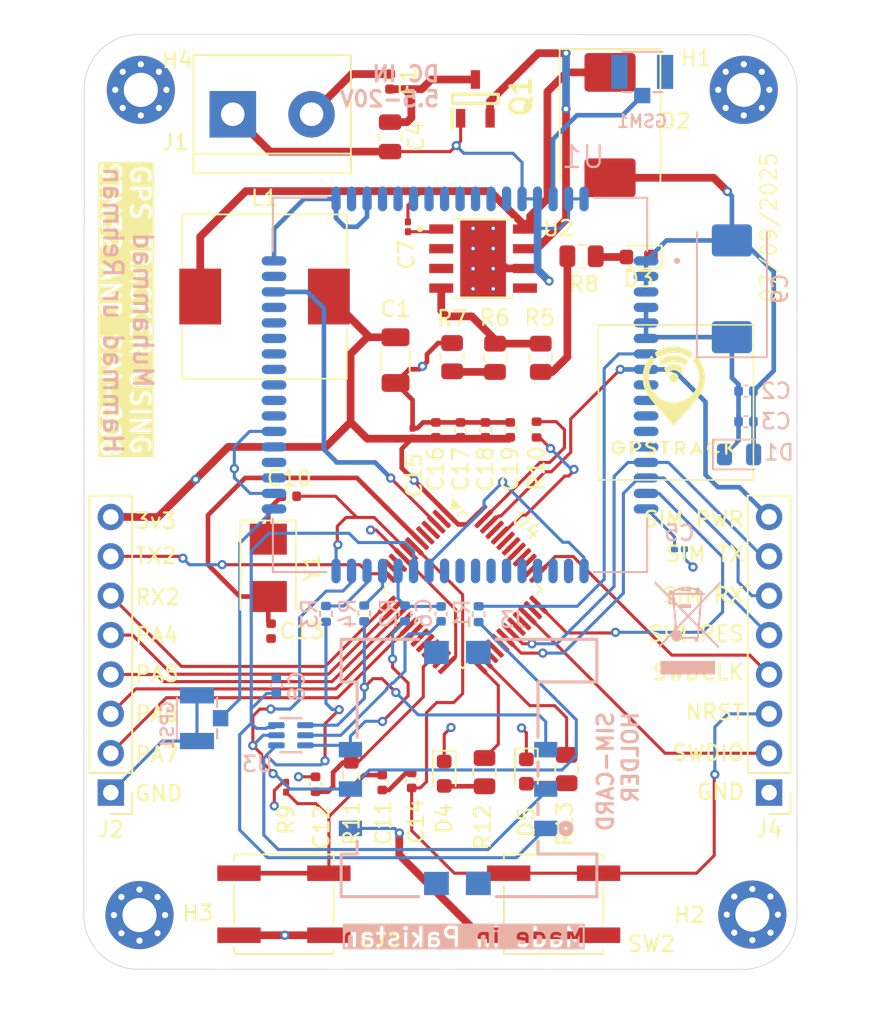
<source format=kicad_pcb>
(kicad_pcb (version 20241229) (generator "pcbnew") (generator_version "9.0")
  (layers (0 "F.Cu" signal) (4 "In1.Cu" signal) (6 "In2.Cu" signal) (2 "B.Cu" signal) (13 "F.Paste" user) (15 "B.Paste" user) (5 "F.SilkS" user "F.Silkscreen") (7 "B.SilkS" user "B.Silkscreen") (1 "F.Mask" user) (3 "B.Mask" user) (25 "Edge.Cuts" user))
  (net 0 "")
  (net 1 "+3.3V")
  (net 2 "GND")
  (net 3 "Net-(Q1-D)")
  (net 4 "Net-(U1-VRTC)")
  (net 5 "Net-(C6-Pad2)")
  (net 6 "SIM_DATA")
  (net 7 "Net-(U2-BOOT)")
  (net 8 "Net-(D2-K)")
  (net 9 "SIM_VDD")
  (net 10 "Net-(U4-PF0)")
  (net 11 "Net-(C11-Pad1)")
  (net 12 "Net-(U4-PB11)")
  (net 13 "Net-(U4-PF1)")
  (net 14 "NRST")
  (net 15 "Net-(D3-A)")
  (net 16 "Net-(D4-A)")
  (net 17 "Net-(D5-A)")
  (net 18 "+12V")
  (net 19 "GPS_ANT")
  (net 20 "GSM_ANT")
  (net 57 "USART2_TX")
  (net 58 "USART2_RX")
  (net 59 "PA4")
  (net 60 "PA5{slash}SPI1_CLK")
  (net 61 "PA6{slash}SPI1_MISO")
  (net 62 "PA7{slash}SPI1_MOSI")
  (net 66 "SIM_DET")
  (net 68 "Net-(J3-I{slash}O)")
  (net 69 "Net-(J3-RET)")
  (net 70 "Net-(J3-CLK)")
  (net 71 "SIM_RX")
  (net 72 "SWDIO")
  (net 73 "SIM_RESET")
  (net 74 "SIM_TX")
  (net 75 "SWDCLK")
  (net 76 "SIM_PWRKEY")
  (net 77 "Net-(Q1-S)")
  (net 78 "Net-(U1-VDD_EXT)")
  (net 79 "SIM_RST")
  (net 80 "SIM_CLK")
  (net 81 "FEEDBACK")
  (net 82 "Net-(R6-Pad2)")
  (net 83 "Net-(U4-BOOT0)")
  (net 84 "LED1")
  (net 85 "LED2")
  (net 97 "STATUS")
  (footprint "Resistor_SMD:R_0805_2012Metric" (layer "F.Cu") (at 91.27 81.05 -90)
    (property "Reference" "R5")
    (property "Value" "8K2")
  )
  (footprint "LED_SMD:LED_0603_1608Metric" (layer "F.Cu") (at 90.34 107.74 -90)
    (property "Reference" "D5")
    (property "Value" "LED")
  )
  (footprint "Capacitor_SMD:C_0402_1005Metric" (layer "F.Cu") (at 87.7 85.7 90)
    (property "Reference" "C18")
    (property "Value" "100n")
  )
  (footprint "Connector_PinHeader_2.54mm:PinHeader_1x08_P2.54mm_Vertical" (layer "F.Cu") (at 106 109.1 180)
    (property "Reference" "J4")
    (property "Value" "RIGHT HEADER PINS")
  )
  (footprint "LIB_AO3407A:SOT95P280X125-3N" (layer "F.Cu") (at 87.05 64.35 90)
    (property "Reference" "Q1")
    (property "Value" "AO3407A" (hide yes))
  )
  (footprint "Capacitor_SMD:C_0402_1005Metric" (layer "F.Cu") (at 75.04 89.98)
    (property "Reference" "C10")
    (property "Value" "30p")
  )
  (footprint "Diode_SMD:D_SMC" (layer "F.Cu") (at 95.74 66.04 -90)
    (property "Reference" "D2")
    (property "Value" "B340")
  )
  (footprint "Inductor_SMD:L_10.4x10.4_H4.8" (layer "F.Cu") (at 73.45 77.1)
    (property "Reference" "L1")
    (property "Value" "15uH")
  )
  (footprint "Capacitor_SMD:C_0805_2012Metric" (layer "F.Cu") (at 81.55 66.8 -90)
    (property "Reference" "C4")
    (property "Value" "10u")
  )
  (footprint "Button_Switch_SMD:SW_Push_1P1T_NO_CK_KSC6xxJ" (layer "F.Cu") (at 92.1 116.3)
    (property "Reference" "SW2")
    (property "Value" "SW_Push")
  )
  (footprint "LOGO" (layer "F.Cu") (at 99.99 83.93)
    (property "Reference" "G***" (hide yes))
    (property "Value" "LOGO" (hide yes))
  )
  (footprint "Resistor_SMD:R_0805_2012Metric" (layer "F.Cu") (at 92.94 107.58 90)
    (property "Reference" "R13")
    (property "Value" "1k5")
  )
  (footprint "Capacitor_SMD:C_0402_1005Metric" (layer "F.Cu") (at 89.3 85.7 90)
    (property "Reference" "C19")
    (property "Value" "100n")
  )
  (footprint "Fuse:Fuse_0402_1005Metric" (layer "F.Cu") (at 81.55 63.235 -90)
    (property "Reference" "F1")
    (property "Value" "Fuse 2.5A")
  )
  (footprint "MountingHole:MountingHole_2.2mm_M2_Pad_Via" (layer "F.Cu") (at 65.466726 63.766726)
    (property "Reference" "H4")
    (property "Value" "MountingHole_Pad")
  )
  (footprint "Button_Switch_SMD:SW_Push_1P1T_NO_CK_KSC6xxJ" (layer "F.Cu") (at 74.7 116.3)
    (property "Reference" "SW1")
    (property "Value" "SW_Push")
  )
  (footprint "MountingHole:MountingHole_2.2mm_M2_Pad_Via" (layer "F.Cu") (at 104.92 116.97)
    (property "Reference" "H2")
    (property "Value" "MountingHole_Pad")
  )
  (footprint "MountingHole:MountingHole_2.2mm_M2_Pad_Via" (layer "F.Cu") (at 104.366726 63.766726)
    (property "Reference" "H1")
    (property "Value" "MountingHole_Pad")
  )
  (footprint "Resistor_SMD:R_0603_1608Metric" (layer "F.Cu") (at 79.04 107.98 -90)
    (property "Reference" "R11")
    (property "Value" "1K")
  )
  (footprint "Resistor_SMD:R_0805_2012Metric" (layer "F.Cu") (at 88.32 81.05 -90)
    (property "Reference" "R6")
    (property "Value" "1K5")
  )
  (footprint "Capacitor_SMD:C_0402_1005Metric" (layer "F.Cu") (at 82.94 108.315 -90)
    (property "Reference" "C14")
    (property "Value" "100n")
  )
  (footprint "LED_SMD:LED_0603_1608Metric" (layer "F.Cu") (at 85.04 107.88 -90)
    (property "Reference" "D4")
    (property "Value" "LED")
  )
  (footprint "Resistor_SMD:R_0402_1005Metric" (layer "F.Cu") (at 91 85.68 -90)
    (property "Reference" "R10")
    (property "Value" "10k")
  )
  (footprint "Package_QFP:LQFP-48_7x7mm_P0.5mm" (layer "F.Cu") (at 86.233445 95.979891 -45)
    (property "Reference" "U4")
    (property "Value" "STM32F030C8Tx")
  )
  (footprint "LED_SMD:LED_0603_1608Metric" (layer "F.Cu") (at 97.5875 74.55 180)
    (property "Reference" "D3")
    (property "Value" "LED")
  )
  (footprint "Capacitor_SMD:C_0201_0603Metric" (layer "F.Cu") (at 82.7 72.6 90)
    (property "Reference" "C7")
    (property "Value" "10n")
  )
  (footprint "Crystal:Crystal_SMD_5032-2Pin_5.0x3.2mm" (layer "F.Cu") (at 73.69 94.6 -90)
    (property "Reference" "Y1")
    (property "Value" "8MHz")
  )
  (footprint "MountingHole:MountingHole_2.2mm_M2_Pad_Via" (layer "F.Cu") (at 65.38 117)
    (property "Reference" "H3")
    (property "Value" "MountingHole_Pad")
  )
  (footprint "Resistor_SMD:R_0805_2012Metric" (layer "F.Cu") (at 87.64 107.78 90)
    (property "Reference" "R12")
    (property "Value" "1k5")
  )
  (footprint "Capacitor_SMD:C_0402_1005Metric" (layer "F.Cu") (at 76.74 108.56 90)
    (property "Reference" "C12")
    (property "Value" "100n")
  )
  (footprint "TerminalBlock:TerminalBlock_bornier-2_P5.08mm" (layer "F.Cu") (at 71.4 65.34)
    (property "Reference" "J1")
    (property "Value" "Screw_Terminal_01x02")
  )
  (footprint "Capacitor_SMD:C_0402_1005Metric" (layer "F.Cu") (at 86.1 85.7 90)
    (property "Reference" "C17")
    (property "Value" "100n")
  )
  (footprint "Resistor_SMD:R_0201_0603Metric" (layer "F.Cu") (at 74.84 108.75 90)
    (property "Reference" "R9")
    (property "Value" "100K")
  )
  (footprint "Capacitor_SMD:C_1206_3216Metric" (layer "F.Cu") (at 81.9 81.2 -90)
    (property "Reference" "C1")
    (property "Value" "100u")
  )
  (footprint "Resistor_SMD:R_0805_2012Metric" (layer "F.Cu") (at 93.9 74.5)
    (property "Reference" "R8")
    (property "Value" "1K5")
  )
  (footprint "Capacitor_SMD:C_0402_1005Metric" (layer "F.Cu") (at 81.04 108.45 -90)
    (property "Reference" "C11")
    (property "Value" "10p")
  )
  (footprint "Resistor_SMD:R_0805_2012Metric" (layer "F.Cu") (at 85.55 81.0125 90)
    (property "Reference" "R7")
    (property "Value" "2K7")
  )
  (footprint "TPS5430DDA:VREG_LM5017MR_NOPB" (layer "F.Cu") (at 87.55 74.65)
    (property "Reference" "U2")
    (property "Value" "TPS5430DDA")
  )
  (footprint "Capacitor_SMD:C_0402_1005Metric" (layer "F.Cu") (at 84.5 85.7 90)
    (property "Reference" "C16")
    (property "Value" "100n")
  )
  (footprint "Capacitor_SMD:C_0201_0603Metric" (layer "F.Cu") (at 83 85.91 90)
    (property "Reference" "C15")
    (property "Value" "4u7")
  )
  (footprint "Connector_PinHeader_2.54mm:PinHeader_1x08_P2.54mm_Vertical" (layer "F.Cu") (at 63.53 109.1 180)
    (property "Reference" "J2")
    (property "Value" "LEFT HEADER PINS")
  )
  (footprint "Capacitor_SMD:C_0402_1005Metric" (layer "F.Cu") (at 73.87 98.68 -90)
    (property "Reference" "C13")
    (property "Value" "30p")
  )
  (footprint "SMF05CT1G:SOT65P210X110-6N" (layer "B.Cu") (at 75.15 105.4 180)
    (property "Reference" "U3")
    (property "Value" "SMF05CT1G")
  )
  (footprint "Resistor_SMD:R_0402_1005Metric" (layer "B.Cu") (at 77.41 97.57 90)
    (property "Reference" "R3")
    (property "Value" "10k")
  )
  (footprint "Resistor_SMD:R_0402_1005Metric" (layer "B.Cu") (at 79.88 97.54 90)
    (property "Reference" "R4")
    (property "Value" "10k")
  )
  (footprint "U.FL-R-SMT-1:U.FL-R-SMT-1" (layer "B.Cu") (at 69.08925 104.3 -90)
    (property "Reference" "GPS1")
    (property "Value" "U.FL-R-SMT-1")
  )
  (footprint "Capacitor_SMD:C_0201_0603Metric" (layer "B.Cu") (at 100.22 93.4 180)
    (property "Reference" "C5")
    (property "Value" "4u7")
  )
  (footprint "Capacitor_SMD:C_0402_1005Metric" (layer "B.Cu") (at 74.21 102.21 -90)
    (property "Reference" "C8")
    (property "Value" "1u")
  )
  (footprint "Resistor_SMD:R_0402_1005Metric" (layer "B.Cu") (at 87.26 97.59 90)
    (property "Reference" "R1")
    (property "Value" "4K7")
  )
  (footprint "693010020611:693010020611" (layer "B.Cu") (at 86.64 107.51 90)
    (property "Reference" "J3")
    (property "Value" "693010020611")
    (property "VALUE" "693010020611" (hide yes))
  )
  (footprint "Resistor_SMD:R_0402_1005Metric" (layer "B.Cu") (at 82.51 97.54 90)
    (property "Reference" "R2")
    (property "Value" "10k")
  )
  (footprint "Symbol:WEEE-Logo_4.2x6mm_SilkScreen" (layer "B.Cu") (at 100.74 98.46 180)
    (property "Reference" "REF**" (hide yes))
    (property "Value" "WEEE-Logo_4.2x6mm_SilkScreen" (hide yes))
  )
  (footprint "Capacitor_SMD:C_0402_1005Metric" (layer "B.Cu") (at 104.51 85.17)
    (property "Reference" "C3")
    (property "Value" "10p")
  )
  (footprint "SIM808:XCVR_SIM808" (layer "B.Cu") (at 86.0625 82.8 180)
    (property "Reference" "U1")
    (property "Value" "SIM808")
  )
  (footprint "U.FL-R-SMT-1:U.FL-R-SMT-1" (layer "B.Cu") (at 97.815 62.61 180)
    (property "Reference" "GSM1")
    (property "Value" "U.FL-R-SMT-1")
  )
  (footprint "Capacitor_Tantalum_SMD:CP_EIA-7343-15_Kemet-W" (layer "B.Cu") (at 103.6 76.6 90)
    (property "Reference" "C9")
    (property "Value" "220u")
  )
  (footprint "Capacitor_SMD:C_0402_1005Metric" (layer "B.Cu") (at 84.84 97.57 -90)
    (property "Reference" "C6")
    (property "Value" "22p")
  )
  (footprint "Diode_SMD:D_0805_2012Metric" (layer "B.Cu") (at 104.0625 87.29)
    (property "Reference" "D1")
    (property "Value" "D_Zener")
  )
  (footprint "Capacitor_SMD:C_0402_1005Metric" (layer "B.Cu") (at 104.51 83.2)
    (property "Reference" "C2")
    (property "Value" "33p")
  )
  (gr_rect (start 94.99 78.93) (end 104.99 88.93) (stroke (width 0.1)) (fill no) (layer "F.SilkS"))
  (gr_arc (start 107.805126 117.005126) (mid 106.78 119.48) (end 104.305126 120.505126) (stroke (width 0.05)) (layer "Edge.Cuts"))
  (gr_line (start 107.805126 117) (end 107.8 63.7) (stroke (width 0.05)) (layer "Edge.Cuts"))
  (gr_line (start 104.3 60.2) (end 65.31487 60.194874) (stroke (width 0.05)) (layer "Edge.Cuts"))
  (gr_arc (start 104.3 60.2) (mid 106.774874 61.225126) (end 107.8 63.7) (stroke (width 0.05)) (layer "Edge.Cuts"))
  (gr_line (start 61.814874 63.69487) (end 61.784874 117) (stroke (width 0.05)) (layer "Edge.Cuts"))
  (gr_arc (start 65.284874 120.495126) (mid 62.81 119.47) (end 61.784874 116.995126) (stroke (width 0.05)) (layer "Edge.Cuts"))
  (gr_arc (start 61.814874 63.694874) (mid 62.839998 61.220001) (end 65.31487 60.194874) (stroke (width 0.05)) (layer "Edge.Cuts"))
  (gr_line (start 104.3051 120.505126) (end 65.284874 120.495126) (stroke (width 0.05)) (layer "Edge.Cuts"))
  (gr_text "NRST" (at 100.518571 104.5 0) (layer "F.SilkS") (effects (font (size 1 1)) (justify left bottom)))
  (gr_text "RX2" (at 65 97.08 0) (layer "F.SilkS") (effects (font (size 1 1)) (justify left bottom)))
  (gr_text "07/09/2025" (at 106.56 77.58 90) (layer "F.SilkS") (effects (font (size 1 1) (thickness 0.12)) (justify left bottom)))
  (gr_text "SWDCLK" (at 98.375714 101.92 0) (layer "F.SilkS") (effects (font (size 1 1)) (justify left bottom)))
  (gr_text "SIM RES" (at 98.09 99.44 0) (layer "F.SilkS") (effects (font (size 1 1)) (justify left bottom)))
  (gr_text "3v3" (at 65 92.16 0) (layer "F.SilkS") (effects (font (size 1 1)) (justify left bottom)))
  (gr_text "TX2" (at 65 94.41 0) (layer "F.SilkS") (effects (font (size 1 1)) (justify left bottom)))
  (gr_text "PA5" (at 65 102.03 0) (layer "F.SilkS") (effects (font (size 1 1)) (justify left bottom)))
  (gr_text "SIM PWR" (at 97.804286 92.05 0) (layer "F.SilkS") (effects (font (size 1 1)) (justify left bottom)))
  (gr_text "PA6" (at 65 104.61 0) (layer "F.SilkS") (effects (font (size 1 1)) (justify left bottom)))
  (gr_text "GPS TRACKER USING\nSTM32 AND SIM-808" (at 62.79 77.94 270) (layer "F.SilkS" knockout) (effects (font (size 1.2 1.2) (thickness 0.18)) (justify bottom)))
  (gr_text "GND" (at 65 109.75 0) (layer "F.SilkS") (effects (font (size 1 1)) (justify left bottom)))
  (gr_text "PA7" (at 65 107.24 0) (layer "F.SilkS") (effects (font (size 1 1)) (justify left bottom)))
  (gr_text "SIM TX" (at 99.232857 94.3 0) (layer "F.SilkS") (effects (font (size 1 1)) (justify left bottom)))
  (gr_text "PA4" (at 65 99.55 0) (layer "F.SilkS") (effects (font (size 1 1)) (justify left bottom)))
  (gr_text "SIM RX" (at 98.994762 96.97 0) (layer "F.SilkS") (effects (font (size 1 1)) (justify left bottom)))
  (gr_text "GND" (at 101.232857 109.64 0) (layer "F.SilkS") (effects (font (size 1 1)) (justify left bottom)))
  (gr_text "SWDIO" (at 99.661429 107.13 0) (layer "F.SilkS") (effects (font (size 1 1)) (justify left bottom)))
  (gr_text "Made in Pakistan" (at 94.29 119.14 0) (layer "B.SilkS" knockout) (effects (font (size 1.2 1.2) (thickness 0.2) (bold yes)) (justify left bottom mirror)))
  (gr_text "DC IN\n5.5-20V" (at 84.84 64.94 0) (layer "B.SilkS") (effects (font (size 1 1) (thickness 0.2) (bold yes)) (justify left bottom mirror)))
  (gr_text "Muhammad\nHammad ur Rehman" (at 62.97 77.98 270) (layer "B.SilkS") (effects (font (size 1.2 1.2) (thickness 0.2) (bold yes)) (justify bottom mirror)))
  (gr_text "SIM-CARD\nHOLDER" (at 97.64 103.78 90) (layer "B.SilkS") (effects (font (size 1 1) (thickness 0.2) (bold yes)) (justify left bottom mirror)))
  (segment (start 87.232233 91.092015) (end 87.207985 91.092015) (width 0.3) (layer "F.Cu") (net 1))
  (segment (start 85.780064 100.32236) (end 85.780064 98.301064) (width 0.2) (layer "F.Cu") (net 1))
  (segment (start 82.3 88.157358) (end 83.091321 88.948679) (width 0.3) (layer "F.Cu") (net 1))
  (segment (start 85.769 97.283212) (end 85.769 98.29) (width 0.2) (layer "F.Cu") (net 1))
  (segment (start 89.209 86.271) (end 89.3 86.18) (width 0.5) (layer "F.Cu") (net 1))
  (segment (start 79 80.8) (end 80.075 79.725) (width 0.5) (layer "F.Cu") (net 1))
  (segment (start 92.0175 81.9625) (end 92.9875 80.9925) (width 0.5) (layer "F.Cu") (net 1))
  (segment (start 85.234657 100.867767) (end 85.780064 100.32236) (width 0.2) (layer "F.Cu") (net 1))
  (segment (start 74.76 118.3) (end 77.6 118.3) (width 0.5) (layer "F.Cu") (net 1))
  (segment (start 79 85.2) (end 80.071 86.271) (width 0.5) (layer "F.Cu") (net 1))
  (segment (start 79 85.2) (end 79 80.8) (width 0.5) (layer "F.Cu") (net 1))
  (segment (start 81.9 79.725) (end 80.225 79.725) (width 0.5) (layer "F.Cu") (net 1))
  (segment (start 71.1 86.8) (end 77.4 86.8) (width 0.5) (layer "F.Cu") (net 1))
  (segment (start 69.005 88.895) (end 66.58 91.32) (width 0.5) (layer "F.Cu") (net 1))
  (segment (start 66.58 91.32) (end 63.53 91.32) (width 0.5) (layer "F.Cu") (net 1))
  (segment (start 71.8 118.3) (end 74.76 118.3) (width 0.5) (layer "F.Cu") (net 1))
  (segment (start 85.942642 91.8) (end 85.234657 91.092015) (width 0.3) (layer "F.Cu") (net 1))
  (segment (start 80.075 79.725) (end 80.225 79.725) (width 0.5) (layer "F.Cu") (net 1))
  (segment (start 92.9875 80.9925) (end 92.9875 74.5) (width 0.5) (layer "F.Cu") (net 1))
  (segment (start 80.29 92.16) (end 80.645788 92.16) (width 0.2) (layer "F.Cu") (net 1))
  (segment (start 80.071 86.271) (end 89.209 86.271) (width 0.5) (layer "F.Cu") (net 1))
  (segment (start 77.4 86.8) (end 79 85.2) (width 0.5) (layer "F.Cu") (net 1))
  (segment (start 69.005 88.895) (end 71.1 86.8) (width 0.5) (layer "F.Cu") (net 1))
  (segment (start 83 86.23) (end 82.3 86.93) (width 0.3) (layer "F.Cu") (net 1))
  (segment (start 80.225 79.725) (end 77.6 77.1) (width 0.5) (layer "F.Cu") (net 1))
  (segment (start 80.645788 92.16) (end 82.40623 93.920442) (width 0.2) (layer "F.Cu") (net 1))
  (segment (start 91.27 81.9625) (end 92.0175 81.9625) (width 0.5) (layer "F.Cu") (net 1))
  (segment (start 87.207985 91.092015) (end 86.5 91.8) (width 0.3) (layer "F.Cu") (net 1))
  (segment (start 85.780064 98.301064) (end 85.769 98.29) (width 0.2) (layer "F.Cu") (net 1))
  (segment (start 86.5 91.8) (end 85.942642 91.8) (width 0.3) (layer "F.Cu") (net 1))
  (segment (start 83.091321 88.948679) (end 85.234657 91.092015) (width 0.3) (layer "F.Cu") (net 1))
  (segment (start 82.40623 93.920442) (end 85.769 97.283212) (width 0.2) (layer "F.Cu") (net 1))
  (segment (start 82.3 86.93) (end 82.3 88.157358) (width 0.3) (layer "F.Cu") (net 1))
  (via (at 80.29 92.16) (size 0.6) (drill 0.3) (layers "F.Cu" "B.Cu") (net 1))
  (via (at 74.76 118.3) (size 0.6) (drill 0.3) (layers "F.Cu" "B.Cu") (net 1))
  (via (at 69.005 88.895) (size 0.6) (drill 0.3) (layers "F.Cu" "B.Cu") (net 1))
  (via (at 83.091321 88.948679) (size 0.6) (drill 0.3) (layers "F.Cu" "B.Cu") (net 1))
  (segment (start 98.1425 79.72) (end 98.0625 79.8) (width 0.3) (layer "B.Cu") (net 1))
  (segment (start 104.03 83.2) (end 104.03 82.77) (width 0.3) (layer "B.Cu") (net 1))
  (segment (start 104.03 82.77) (end 103.6 82.34) (width 0.3) (layer "B.Cu") (net 1))
  (segment (start 98.0625 79.8) (end 98.0625 77.8) (width 0.3) (layer "B.Cu") (net 1))
  (segment (start 104.03 86.385) (end 103.125 87.29) (width 0.3) (layer "B.Cu") (net 1))
  (segment (start 104.03 85.17) (end 104.03 86.385) (width 0.3) (layer "B.Cu") (net 1))
  (segment (start 103.6 82.34) (end 103.6 79.72) (width 0.3) (layer "B.Cu") (net 1))
  (segment (start 104.03 83.2) (end 104.03 85.17) (width 0.3) (layer "B.Cu") (net 1))
  (segment (start 103.6 79.72) (end 98.1425 79.72) (width 0.3) (layer "B.Cu") (net 1))
  (segment (start 83 85.59) (end 83.31 85.59) (width 0.3) (layer "F.Cu") (net 2))
  (segment (start 88.399942 74.65) (end 87.55 74.65) (width 0.5) (layer "F.Cu") (net 2))
  (segment (start 92.8 85.7) (end 92.8 86.85) (width 0.2) (layer "F.Cu") (net 2))
  (segment (start 78.14 93.07) (end 78.14 91.92) (width 0.2) (layer "F.Cu") (net 2))
  (segment (start 86.1 67.08) (end 85.815 67.365) (width 0.2) (layer "F.Cu") (net 2))
  (segment (start 92.27 85.17) (end 92.8 85.7) (width 0.2) (layer "F.Cu") (net 2))
  (segment (start 87.32 118.3) (end 89.2 118.3) (width 0.5) (layer "F.Cu") (net 2))
  (segment (start 85.43 67.75) (end 81.55 67.75) (width 0.2) (layer "F.Cu") (net 2))
  (segment (start 78.14 91.92) (end 78.71 91.35) (width 0.2) (layer "F.Cu") (net 2))
  (segment (start 85.815 67.365) (end 85.43 67.75) (width 0.2) (layer "F.Cu") (net 2))
  (segment (start 91.85 87.8) (end 91.231356 87.8) (width 0.2) (layer "F.Cu") (net 2))
  (segment (start 85.04 107.0925) (end 85.04 105.34) (width 0.2) (layer "F.Cu") (net 2))
  (segment (start 83.64 81.6) (end 83.45 81.79) (width 0.3) (layer "F.Cu") (net 2))
  (segment (start 89.034942 75.285) (end 88.399942 74.65) (width 0.5) (layer "F.Cu") (net 2))
  (segment (start 74.84 108.43) (end 74.619943 108.43) (width 0.2) (layer "F.Cu") (net 2))
  (segment (start 82.14 113.12) (end 87.32 118.3) (width 0.5) (layer "F.Cu") (net 2))
  (segment (start 82.785 81.79) (end 81.9 82.675) (width 0.3) (layer "F.Cu") (net 2))
  (segment (start 78.71 91.35) (end 79.4 91.35) (width 0.2) (layer "F.Cu") (net 2))
  (segment (start 85.04 105.34) (end 85.48 104.9) (width 0.2) (layer "F.Cu") (net 2))
  (segment (start 83.93 80.82) (end 83.93 81.31) (width 0.3) (layer "F.Cu") (net 2))
  (segment (start 80.52 91.35) (end 79.4 91.35) (width 0.2) (layer "F.Cu") (net 2))
  (segment (start 86.1 85.22) (end 87.7 85.22) (width 0.3) (layer "F.Cu") (net 2))
  (segment (start 90.25 75.285) (end 90.985 75.285) (width 0.5) (layer "F.Cu") (net 2))
  (segment (start 82.575 107.835) (end 81.48 108.93) (width 0.3) (layer "F.Cu") (net 2))
  (segment (start 83.31 85.59) (end 83.68 85.22) (width 0.3) (layer "F.Cu") (net 2))
  (segment (start 82.14 111.72) (end 82.14 113.12) (width 0.5) (layer "F.Cu") (net 2))
  (segment (start 78.03 89.98) (end 79.4 91.35) (width 0.2) (layer "F.Cu") (net 2))
  (segment (start 90.34 106.9525) (end 90.34 105.24) (width 0.2) (layer "F.Cu") (net 2))
  (segment (start 82.759783 93.566889) (end 82.736889 93.566889) (width 0.2) (layer "F.Cu") (net 2))
  (segment (start 102.43 69.44) (end 103.31 70.32) (width 0.5) (layer "F.Cu") (net 2))
  (segment (start 90.34 105.24) (end 90.03 104.93) (width 0.2) (layer "F.Cu") (net 2))
  (segment (start 83.45 81.79) (end 82.785 81.79) (width 0.3) (layer "F.Cu") (net 2))
  (segment (start 83 83.775) (end 83 85.59) (width 0.3) (layer "F.Cu") (net 2))
  (segment (start 71.4 65.34) (end 73.81 67.75) (width 0.5) (layer "F.Cu") (net 2))
  (segment (start 90.985 75.285) (end 91.8 76.1) (width 0.5) (layer "F.Cu") (net 2))
  (segment (start 78.14 93.07) (end 78.14 92.19) (width 0.2) (layer "F.Cu") (net 2))
  (segment (start 84.5 85.22) (end 86.1 85.22) (width 0.3) (layer "F.Cu") (net 2))
  (segment (start 81.9 82.675) (end 83 83.775) (width 0.3) (layer "F.Cu") (net 2))
  (segment (start 76.74 108.08) (end 75.64 108.08) (width 0.2) (layer "F.Cu") (net 2))
  (segment (start 95 118.3) (end 89.2 118.3) (width 0.5) (layer "F.Cu") (net 2))
  (segment (start 86.1 65.6) (end 86.1 67.08) (width 0.2) (layer "F.Cu") (net 2))
  (segment (start 75.52 89.98) (end 78.03 89.98) (width 0.2) (layer "F.Cu") (net 2))
  (segment (start 73.81 67.75) (end 81.55 67.75) (width 0.5) (layer "F.Cu") (net 2))
  (segment (start 78.18 93.11) (end 78.14 93.07) (width 0.2) (layer "F.Cu") (net 2))
  (segment (start 74.619943 108.43) (end 74.08 108.969943) (width 0.2) (layer "F.Cu") (net 2))
  (segment (start 74.08 108.969943) (end 74.08 109.96) (width 0.2) (layer "F.Cu") (net 2))
  (segment (start 90.25 75.285) (end 89.034942 75.285) (width 0.5) (layer "F.Cu") (net 2))
  (segment (start 82.94 107.835) (end 82.575 107.835) (width 0.3) (layer "F.Cu") (net 2))
  (segment (start 87.7 85.22) (end 89.3 85.22) (width 0.3) (layer "F.Cu") (net 2))
  (segment (start 91 85.17) (end 92.27 85.17) (width 0.2) (layer "F.Cu") (net 2))
  (segment (start 84.65 80.1) (end 83.93 80.82) (width 0.3) (layer "F.Cu") (net 2))
  (segment (start 85.55 80.1) (end 84.65 80.1) (width 0.3) (layer "F.Cu") (net 2))
  (segment (start 83.93 81.31) (end 83.64 81.6) (width 0.3) (layer "F.Cu") (net 2))
  (segment (start 91.231356 87.8) (end 87.585787 91.445569) (width 0.2) (layer "F.Cu") (net 2))
  (segment (start 82.15 111.71) (end 82.14 111.72) (width 0.5) (layer "F.Cu") (net 2))
  (segment (start 82.736889 93.566889) (end 80.52 91.35) (width 0.2) (layer "F.Cu") (net 2))
  (segment (start 83.68 85.22) (end 84.5 85.22) (width 0.3) (layer "F.Cu") (net 2))
  (segment (start 81.48 108.93) (end 81.04 108.93) (width 0.3) (layer "F.Cu") (net 2))
  (segment (start 95.74 69.44) (end 102.43 69.44) (width 0.5) (layer "F.Cu") (net 2))
  (segment (start 92.8 86.85) (end 91.85 87.8) (width 0.2) (layer "F.Cu") (net 2))
  (via (at 90.03 104.93) (size 0.6) (drill 0.3) (layers "F.Cu" "B.Cu") (net 2))
  (via (at 82.15 111.71) (size 0.6) (drill 0.3) (layers "F.Cu" "B.Cu") (net 2))
  (via (at 88.81 89.07) (size 0.6) (drill 0.3) (layers "F.Cu" "B.Cu") (net 2))
  (via (at 85.48 104.9) (size 0.6) (drill 0.3) (layers "F.Cu" "B.Cu") (net 2))
  (via (at 71.5 88.2) (size 0.6) (drill 0.3) (layers "F.Cu" "B.Cu") (net 2))
  (via (at 85.815 67.365) (size 0.6) (drill 0.3) (layers "F.Cu" "B.Cu") (net 2))
  (via (at 101.09 94.55) (size 0.6) (drill 0.3) (layers "F.Cu" "B.Cu") (net 2))
  (via (at 91.8 76.1) (size 0.6) (drill 0.3) (layers "F.Cu" "B.Cu") (net 2))
  (via (at 83.64 81.6) (size 0.6) (drill 0.3) (layers "F.Cu" "B.Cu") (net 2))
  (via (at 74.08 109.96) (size 0.6) (drill 0.3) (layers "F.Cu" "B.Cu") (net 2))
  (via (at 75.64 108.08) (size 0.6) (drill 0.3) (layers "F.Cu" "B.Cu") (net 2))
  (via (at 103.31 70.32) (size 0.6) (drill 0.3) (layers "F.Cu" "B.Cu") (net 2))
  (via (at 78.18 93.11) (size 0.6) (drill 0.3) (layers "F.Cu" "B.Cu") (net 2))
  (segment (start 105 85.18) (end 104.99 85.17) (width 0.3) (layer "B.Cu") (net 2))
  (segment (start 98.0625 75.8) (end 98.0625 76.8) (width 0.3) (layer "B.Cu") (net 2))
  (segment (start 103.6 70.61) (end 103.31 70.32) (width 0.3) (layer "B.Cu") (net 2))
  (segment (start 106.3 75.5) (end 106.3 81.89) (width 0.3) (layer "B.Cu") (net 2))
  (segment (start 81.85 111.41) (end 82.15 111.71) (width 0.2) (layer "B.Cu") (net 2))
  (segment (start 72.52 89.8) (end 74.0625 89.8) (width 0.2) (layer "B.Cu") (net 2))
  (segment (start 93.0625 70.8) (end 93.0625 72.1375) (width 0.2) (layer "B.Cu") (net 2))
  (segment (start 71.5 88.78) (end 72.52 89.8) (width 0.2) (layer "B.Cu") (net 2))
  (segment (start 88.81 89.07) (end 87.61 90.27) (width 0.2) (layer "B.Cu") (net 2))
  (segment (start 90.0625 68.4525) (end 89.47 67.86) (width 0.2) (layer "B.Cu") (net 2))
  (segment (start 105 87.29) (end 105 85.18) (width 0.3) (layer "B.Cu") (net 2))
  (segment (start 100.54 94) (end 101.09 94.55) (width 0.2) (layer "B.Cu") (net 2))
  (segment (start 86.31 67.86) (end 85.815 67.365) (width 0.2) (layer "B.Cu") (net 2))
  (segment (start 89.47 67.86) (end 86.31 67.86) (width 0.2) (layer "B.Cu") (net 2))
  (segment (start 98.0625 74.8) (end 98.0625 75.8) (width 0.3) (layer "B.Cu") (net 2))
  (segment (start 66.855 105.775) (end 63.53 109.1) (width 0.2) (layer "B.Cu") (net 2))
  (segment (start 78.18 93.11) (end 78.0625 93.2275) (width 0.2) (layer "B.Cu") (net 2))
  (segment (start 91.0625 75.3625) (end 91.0625 72.7) (width 0.5) (layer "B.Cu") (net 2))
  (segment (start 93.07 92.95) (end 94.0625 93.9425) (width 0.2) (layer "B.Cu") (net 2))
  (segment (start 106.3 81.89) (end 104.99 83.2) (width 0.3) (layer "B.Cu") (net 2))
  (segment (start 92.5 72.7) (end 91.0625 72.7) (width 0.2) (layer "B.Cu") (net 2))
  (segment (start 87.61 90.27) (end 87.61 90.77) (width 0.2) (layer "B.Cu") (net 2))
  (segment (start 79.42 72.6) (end 80.0625 71.9575) (width 0.3) (layer "B.Cu") (net 2))
  (segment (start 69.08925 102.825) (end 69.08925 105.775) (width 0.2) (layer "B.Cu") (net 2))
  (segment (start 71.5 86.79) (end 71.5 88.2) (width 0.2) (layer "B.Cu") (net 2))
  (segment (start 78.62 72.6) (end 79.42 72.6) (width 0.3) (layer "B.Cu") (net 2))
  (segment (start 88.81 89.07) (end 92.69 92.95) (width 0.2) (layer "B.Cu") (net 2))
  (segment (start 103.6 73.48) (end 103.6 70.61) (width 0.3) (layer "B.Cu") (net 2))
  (segment (start 74.0625 85.8) (end 72.49 85.8) (width 0.2) (layer "B.Cu") (net 2))
  (segment (start 104.28 73.48) (end 106.3 75.5) (width 0.3) (layer "B.Cu") (net 2))
  (segment (start 94.0625 93.9425) (end 94.0625 94.8) (width 0.2) (layer "B.Cu") (net 2))
  (segment (start 72.49 85.8) (end 71.5 86.79) (width 0.2) (layer "B.Cu") (net 2))
  (segment (start 78.0625 93.2275) (end 78.0625 94.8) (width 0.2) (layer "B.Cu") (net 2))
  (segment (start 78.0625 70.8) (end 76 70.8) (width 0.3) (layer "B.Cu") (net 2))
  (segment (start 100.54 93.4) (end 100.54 94) (width 0.2) (layer "B.Cu") (net 2))
  (segment (start 78.99 111.41) (end 81.85 111.41) (width 0.2) (layer "B.Cu") (net 2))
  (segment (start 90.0625 70.8) (end 91.0625 70.8) (width 0.2) (layer "B.Cu") (net 2))
  (segment (start 78.0625 72.0425) (end 78.62 72.6) (width 0.3) (layer "B.Cu") (net 2))
  (segment (start 91.0625 72.7) (end 91.0625 70.8) (width 0.5) (layer "B.Cu") (net 2))
  (segment (start 99.3825 73.48) (end 98.0625 74.8) (width 0.3) (layer "B.Cu") (net 2))
  (segment (start 76 70.8) (end 74.0625 72.7375) (width 0.3) (layer "B.Cu") (net 2))
  (segment (start 92.69 92.95) (end 93.07 92.95) (width 0.2) (layer "B.Cu") (net 2))
  (segment (start 104.99 83.2) (end 104.99 85.17) (width 0.3) (layer "B.Cu") (net 2))
  (segment (start 103.6 73.48) (end 104.28 73.48) (width 0.3) (layer "B.Cu") (net 2))
  (segment (start 78.0625 70.8) (end 78.0625 72.0425) (width 0.3) (layer "B.Cu") (net 2))
  (segment (start 91.8 76.1) (end 91.0625 75.3625) (width 0.5) (layer "B.Cu") (net 2))
  (segment (start 87.61 90.77) (end 84.0625 94.3175) (width 0.2) (layer "B.Cu") (net 2))
  (segment (start 93.0625 72.1375) (end 92.5 72.7) (width 0.2) (layer "B.Cu") (net 2))
  (segment (start 103.6 73.48) (end 99.3825 73.48) (width 0.3) (layer "B.Cu") (net 2))
  (segment (start 74.0625 72.7375) (end 74.0625 74.8) (width 0.3) (layer "B.Cu") (net 2))
  (segment (start 94.0625 70.8) (end 93.0625 70.8) (width 0.2) (layer "B.Cu") (net 2))
  (segment (start 80.0625 71.9575) (end 80.0625 70.8) (width 0.3) (layer "B.Cu") (net 2))
  (segment (start 69.08925 105.775) (end 66.855 105.775) (width 0.2) (layer "B.Cu") (net 2))
  (segment (start 71.5 88.2) (end 71.5 88.78) (width 0.2) (layer "B.Cu") (net 2))
  (segment (start 90.0625 70.8) (end 90.0625 68.4525) (width 0.2) (layer "B.Cu") (net 2))
  (segment (start 84.0625 94.3175) (end 84.0625 94.8) (width 0.2) (layer "B.Cu") (net 2))
  (segment (start 83.59 63.72) (end 84.21 63.1) (width 0.5) (layer "F.Cu") (net 3))
  (segment (start 81.55 63.72) (end 82.49 63.72) (width 0.5) (layer "F.Cu") (net 3))
  (segment (start 82.92 64.15) (end 82.49 63.72) (width 0.5) (layer "F.Cu") (net 3))
  (segment (start 84.21 63.1) (end 87.05 63.1) (width 0.5) (layer "F.Cu") (net 3))
  (segment (start 82.64 65.85) (end 82.92 65.57) (width 0.5) (layer "F.Cu") (net 3))
  (segment (start 82.49 63.72) (end 83.59 63.72) (width 0.5) (layer "F.Cu") (net 3))
  (segment (start 82.92 65.57) (end 82.92 64.15) (width 0.5) (layer "F.Cu") (net 3))
  (segment (start 81.55 65.85) (end 82.64 65.85) (width 0.5) (layer "F.Cu") (net 3))
  (segment (start 98.1 90.8) (end 99.9 92.6) (width 0.2) (layer "B.Cu") (net 4))
  (segment (start 98.0625 90.8) (end 98.1 90.8) (width 0.2) (layer "B.Cu") (net 4))
  (segment (start 99.9 92.6) (end 99.9 93.4) (width 0.2) (layer "B.Cu") (net 4))
  (segment (start 81.731 102.039) (end 82.51 101.26) (width 0.2) (layer "B.Cu") (net 5))
  (segment (start 81.319 102.451) (end 81.319 102.391057) (width 0.2) (layer "B.Cu") (net 5))
  (segment (start 82.79 98.86) (end 84.03 98.86) (width 0.2) (layer "B.Cu") (net 5))
  (segment (start 81.671057 102.039) (end 81.731 102.039) (width 0.2) (layer "B.Cu") (net 5))
  (segment (start 84.03 98.86) (end 84.84 98.05) (width 0.2) (layer "B.Cu") (net 5))
  (segment (start 76.085 105.4) (end 78.37 105.4) (width 0.2) (layer "B.Cu") (net 5))
  (segment (start 78.37 105.4) (end 81.319 102.451) (width 0.2) (layer "B.Cu") (net 5))
  (segment (start 82.51 99.14) (end 82.79 98.86) (width 0.2) (layer "B.Cu") (net 5))
  (segment (start 82.51 101.26) (end 82.51 99.14) (width 0.2) (layer "B.Cu") (net 5))
  (segment (start 81.319 102.391057) (end 81.671057 102.039) (width 0.2) (layer "B.Cu") (net 5))
  (segment (start 82.0625 96.5825) (end 82.0625 94.8) (width 0.2) (layer "B.Cu") (net 6))
  (segment (start 82.51 97.03) (end 82.0625 96.5825) (width 0.2) (layer "B.Cu") (net 6))
  (segment (start 82.57 97.09) (end 82.51 97.03) (width 0.2) (layer "B.Cu") (net 6))
  (segment (start 84.84 97.09) (end 82.57 97.09) (width 0.2) (layer "B.Cu") (net 6))
  (segment (start 84.675 72.92) (end 84.85 72.745) (width 0.2) (layer "F.Cu") (net 7))
  (segment (start 82.7 72.92) (end 84.675 72.92) (width 0.2) (layer "F.Cu") (net 7))
  (segment (start 90.5875 71.9125) (end 90.5875 72.4075) (width 0.5) (layer "F.Cu") (net 8))
  (segment (start 91.7 70.835) (end 91.6825 70.8175) (width 0.5) (layer "F.Cu") (net 8))
  (segment (start 90.1075 72.4075) (end 90.5875 72.4075) (width 0.5) (layer "F.Cu") (net 8))
  (segment (start 90.5875 72.4075) (end 90.25 72.745) (width 0.5) (layer "F.Cu") (net 8))
  (segment (start 72.24 70.3) (end 83.6 70.3) (width 0.5) (layer "F.Cu") (net 8))
  (segment (start 95.74 62.64) (end 92.94 62.64) (width 0.5) (layer "F.Cu") (net 8))
  (segment (start 92.94 62.64) (end 91.7 63.88) (width 0.5) (layer "F.Cu") (net 8))
  (segment (start 82.7 72.28) (end 82.7 71.2) (width 0.2) (layer "F.Cu") (net 8))
  (segment (start 88 70.3) (end 90.1075 72.4075) (width 0.5) (layer "F.Cu") (net 8))
  (segment (start 69.3 77.1) (end 69.3 73.24) (width 0.5) (layer "F.Cu") (net 8))
  (segment (start 83.6 70.3) (end 88 70.3) (width 0.5) (layer "F.Cu") (net 8))
  (segment (start 69.3 73.24) (end 72.24 70.3) (width 0.5) (layer "F.Cu") (net 8))
  (segment (start 91.7 63.88) (end 91.7 70.835) (width 0.5) (layer "F.Cu") (net 8))
  (segment (start 82.7 71.2) (end 83.6 70.3) (width 0.2) (layer "F.Cu") (net 8))
  (segment (start 91.6825 70.8175) (end 90.5875 71.9125) (width 0.5) (layer "F.Cu") (net 8))
  (segment (start 74.061 104.904) (end 74.215 104.75) (width 0.2) (layer "B.Cu") (net 9))
  (segment (start 71.84 111.5) (end 73.64 113.3) (width 0.2) (layer "B.Cu") (net 9))
  (segment (start 78.9 92.37) (end 73.74 92.37) (width 0.2) (layer "B.Cu") (net 9))
  (segment (start 72.54 104.67) (end 71.84 105.37) (width 0.2) (layer "B.Cu") (net 9))
  (segment (start 73.74 92.37) (end 72.59 93.52) (width 0.2) (layer "B.Cu") (net 9))
  (segment (start 71.84 105.37) (end 71.84 111.5) (width 0.2) (layer "B.Cu") (net 9))
  (segment (start 73.6 102.69) (end 72.59 103.7) (width 0.2) (layer "B.Cu") (net 9))
  (segment (start 83.0625 94.8) (end 83.0625 93.5425) (width 0.2) (layer "B.Cu") (net 9))
  (segment (start 83.0625 93.5425) (end 82.49 92.97) (width 0.2) (layer "B.Cu") (net 9))
  (segment (start 72.59 93.52) (end 72.59 104.73) (width 0.2) (layer "B.Cu") (net 9))
  (segment (start 73.614734 104.904) (end 74.061 104.904) (width 0.2) (layer "B.Cu") (net 9))
  (segment (start 82.49 92.97) (end 79.5 92.97) (width 0.2) (layer "B.Cu") (net 9))
  (segment (start 89.7 113.3) (end 91.59 111.41) (width 0.2) (layer "B.Cu") (net 9))
  (segment (start 72.93 104.96) (end 73.558734 104.96) (width 0.2) (layer "B.Cu") (net 9))
  (segment (start 79.5 92.97) (end 78.9 92.37) (width 0.2) (layer "B.Cu") (net 9))
  (segment (start 72.59 104.73) (end 72.7 104.73) (width 0.2) (layer "B.Cu") (net 9))
  (segment (start 73.64 113.3) (end 89.7 113.3) (width 0.2) (layer "B.Cu") (net 9))
  (segment (start 72.7 104.73) (end 72.93 104.96) (width 0.2) (layer "B.Cu") (net 9))
  (segment (start 74.21 102.69) (end 73.6 102.69) (width 0.2) (layer "B.Cu") (net 9))
  (segment (start 73.558734 104.96) (end 73.614734 104.904) (width 0.2) (layer "B.Cu") (net 9))
  (segment (start 73.69 90.85) (end 74.56 89.98) (width 0.3) (layer "F.Cu") (net 10))
  (segment (start 73.69 92.75) (end 73.69 90.85) (width 0.3) (layer "F.Cu") (net 10))
  (segment (start 76.76 109.81) (end 77.6 110.65) (width 0.2) (layer "F.Cu") (net 11))
  (segment (start 79.04 108.805) (end 79.04 109.21) (width 0.2) (layer "F.Cu") (net 11))
  (segment (start 79.875 107.97) (end 79.04 108.805) (width 0.3) (layer "F.Cu") (net 11))
  (segment (start 77.6 110.65) (end 77.6 114.3) (width 0.2) (layer "F.Cu") (net 11))
  (segment (start 71.8 114.3) (end 77.6 114.3) (width 0.3) (layer "F.Cu") (net 11))
  (segment (start 75.58 109.81) (end 76.76 109.81) (width 0.2) (layer "F.Cu") (net 11))
  (segment (start 79.04 109.21) (end 77.6 110.65) (width 0.2) (layer "F.Cu") (net 11))
  (segment (start 74.84 109.07) (end 75.58 109.81) (width 0.2) (layer "F.Cu") (net 11))
  (segment (start 81.04 107.97) (end 79.875 107.97) (width 0.3) (layer "F.Cu") (net 11))
  (segment (start 79.04 107.155) (end 78.515 107.155) (width 0.3) (layer "F.Cu") (net 12))
  (segment (start 77.87 107.8) (end 77.87 108.72) (width 0.3) (layer "F.Cu") (net 12))
  (segment (start 83.68821 101) (end 83.68821 102.93179) (width 0.2) (layer "F.Cu") (net 12))
  (segment (start 77.55 109.04) (end 76.74 109.04) (width 0.3) (layer "F.Cu") (net 12))
  (segment (start 77.87 108.72) (end 77.55 109.04) (width 0.3) (layer "F.Cu") (net 12))
  (segment (start 83.68821 102.93179) (end 79.465 107.155) (width 0.2) (layer "F.Cu") (net 12))
  (segment (start 84.52755 100.16066) (end 83.68821 101) (width 0.2) (layer "F.Cu") (net 12))
  (segment (start 78.515 107.155) (end 77.87 107.8) (width 0.3) (layer "F.Cu") (net 12))
  (segment (start 79.465 107.155) (end 79.04 107.155) (width 0.2) (layer "F.Cu") (net 12))
  (segment (start 79.407108 88.8) (end 83.46689 92.859782) (width 0.3) (layer "F.Cu") (net 13))
  (segment (start 73.69 96.45) (end 71.85 96.45) (width 0.3) (layer "F.Cu") (net 13))
  (segment (start 73.69 96.45) (end 73.69 98.02) (width 0.3) (layer "F.Cu") (net 13))
  (segment (start 71.85 96.45) (end 69.8 94.4) (width 0.3) (layer "F.Cu") (net 13))
  (segment (start 69.8 94.4) (end 69.8 91.2) (width 0.3) (layer "F.Cu") (net 13))
  (segment (start 69.8 91.2) (end 72.2 88.8) (width 0.3) (layer "F.Cu") (net 13))
  (segment (start 73.69 98.02) (end 73.87 98.2) (width 0.3) (layer "F.Cu") (net 13))
  (segment (start 72.2 88.8) (end 79.407108 88.8) (width 0.3) (layer "F.Cu") (net 13))
  (segment (start 85.69 114.3) (end 82.94 111.55) (width 0.2) (layer "F.Cu") (net 14))
  (segment (start 86.23 102.71) (end 86.23 96.33) (width 0.2) (layer "F.Cu") (net 14))
  (segment (start 89.2 114.3) (end 95 114.3) (width 0.2) (layer "F.Cu") (net 14))
  (segment (start 89.2 114.3) (end 85.69 114.3) (width 0.2) (layer "F.Cu") (net 14))
  (segment (start 82.94 108.795) (end 83.495 108.795) (width 0.2) (layer "F.Cu") (net 14))
  (segment (start 83.9 108.39) (end 83.9 103.94) (width 0.2) (layer "F.Cu") (net 14))
  (segment (start 83.9 103.94) (end 84.55 103.29) (width 0.2) (layer "F.Cu") (net 14))
  (segment (start 84.55 103.29) (end 85.65 103.29) (width 0.2) (layer "F.Cu") (net 14))
  (segment (start 102.46 107.97) (end 102.5 107.93) (width 0.2) (layer "F.Cu") (net 14))
  (segment (start 83.495 108.795) (end 83.9 108.39) (width 0.2) (layer "F.Cu") (net 14))
  (segment (start 95 114.3) (end 101.32 114.3) (width 0.2) (layer "F.Cu") (net 14))
  (segment (start 101.32 114.3) (end 102.46 113.16) (width 0.2) (layer "F.Cu") (net 14))
  (segment (start 86.23 96.33) (end 83.113336 93.213336) (width 0.2) (layer "F.Cu") (net 14))
  (segment (start 85.65 103.29) (end 86.23 102.71) (width 0.2) (layer "F.Cu") (net 14))
  (segment (start 82.94 111.55) (end 82.94 108.795) (width 0.2) (layer "F.Cu") (net 14))
  (segment (start 102.46 113.16) (end 102.46 107.97) (width 0.2) (layer "F.Cu") (net 14))
  (via (at 102.5 107.93) (size 0.6) (drill 0.3) (layers "F.Cu" "B.Cu") (net 14))
  (segment (start 106 104.02) (end 103.35 104.02) (width 0.2) (layer "B.Cu") (net 14))
  (segment (start 103.35 104.02) (end 102.54 104.83) (width 0.2) (layer "B.Cu") (net 14))
  (segment (start 102.54 104.83) (end 102.5 104.87) (width 0.2) (layer "B.Cu") (net 14))
  (segment (start 102.5 107.93) (end 102.5 107.96) (width 0.2) (layer "B.Cu") (net 14))
  (segment (start 102.5 104.87) (end 102.5 107.93) (width 0.2) (layer "B.Cu") (net 14))
  (segment (start 94.8625 74.55) (end 94.8125 74.5) (width 0.5) (layer "F.Cu") (net 15))
  (segment (start 96.8 74.55) (end 94.8625 74.55) (width 0.5) (layer "F.Cu") (net 15))
  (segment (start 85.065 108.6925) (end 85.04 108.6675) (width 0.3) (layer "F.Cu") (net 16))
  (segment (start 87.64 108.6925) (end 85.065 108.6925) (width 0.3) (layer "F.Cu") (net 16))
  (segment (start 92.94 108.4925) (end 90.375 108.4925) (width 0.3) (layer "F.Cu") (net 17))
  (segment (start 90.375 108.4925) (end 90.34 108.5275) (width 0.3) (layer "F.Cu") (net 17))
  (segment (start 76.48 65.34) (end 79.07 62.75) (width 0.5) (layer "F.Cu") (net 18))
  (segment (start 79.07 62.75) (end 81.55 62.75) (width 0.5) (layer "F.Cu") (net 18))
  (segment (start 70.61425 104.3) (end 71.85 103.06425) (width 0.2) (layer "B.Cu") (net 19))
  (segment (start 71.85 93.0125) (end 74.0625 90.8) (width 0.2) (layer "B.Cu") (net 19))
  (segment (start 71.85 103.06425) (end 71.85 93.0125) (width 0.2) (layer "B.Cu") (net 19))
  (segment (start 93.605 65.405) (end 92.0625 66.9475) (width 0.3) (layer "B.Cu") (net 20))
  (segment (start 96.545 65.405) (end 93.605 65.405) (width 0.3) (layer "B.Cu") (net 20))
  (segment (start 92.0625 66.9475) (end 92.0625 70.8) (width 0.3) (layer "B.Cu") (net 20))
  (segment (start 97.815 64.135) (end 96.545 65.405) (width 0.3) (layer "B.Cu") (net 20))
  (segment (start 70.71462 94.39538) (end 70.71924 94.4) (width 0.2) (layer "F.Cu") (net 57))
  (segment (start 79.6 94.4) (end 80.181103 94.981103) (width 0.2) (layer "F.Cu") (net 57))
  (segment (start 68.06 93.86) (end 63.53 93.86) (width 0.2) (layer "F.Cu") (net 57))
  (segment (start 80.181103 94.981103) (end 81.345569 94.981103) (width 0.2) (layer "F.Cu") (net 57))
  (segment (start 68.18 93.98) (end 68.06 93.86) (width 0.2) (layer "F.Cu") (net 57))
  (segment (start 70.71924 94.4) (end 79.6 94.4) (width 0.2) (layer "F.Cu") (net 57))
  (via (at 70.71462 94.39538) (size 0.6) (drill 0.3) (layers "F.Cu" "B.Cu") (net 57))
  (via (at 68.18 93.98) (size 0.6) (drill 0.3) (layers "F.Cu" "B.Cu") (net 57))
  (segment (start 70.71 94.4) (end 68.6 94.4) (width 0.2) (layer "B.Cu") (net 57))
  (segment (start 70.71462 94.39538) (end 70.71 94.4) (width 0.2) (layer "B.Cu") (net 57))
  (segment (start 68.6 94.4) (end 68.18 93.98) (width 0.2) (layer "B.Cu") (net 57))
  (segment (start 77.364248 100.96) (end 81.345569 96.978679) (width 0.2) (layer "F.Cu") (net 58))
  (segment (start 63.53 96.4) (end 68.09 100.96) (width 0.2) (layer "F.Cu") (net 58))
  (segment (start 68.09 100.96) (end 77.364248 100.96) (width 0.2) (layer "F.Cu") (net 58))
  (segment (start 64.94 98.94) (end 67.46 101.46) (width 0.2) (layer "F.Cu") (net 59))
  (segment (start 67.46 101.46) (end 77.571356 101.46) (width 0.2) (layer "F.Cu") (net 59))
  (segment (start 63.53 98.94) (end 64.94 98.94) (width 0.2) (layer "F.Cu") (net 59))
  (segment (start 77.571356 101.46) (end 81.699123 97.332233) (width 0.2) (layer "F.Cu") (net 59))
  (segment (start 66.94 101.94) (end 77.798462 101.94) (width 0.2) (layer "F.Cu") (net 60))
  (segment (start 63.53 101.48) (end 66.48 101.48) (width 0.2) (layer "F.Cu") (net 60))
  (segment (start 77.798462 101.94) (end 82.052676 97.685786) (width 0.2) (layer "F.Cu") (net 60))
  (segment (start 66.48 101.48) (end 66.94 101.94) (width 0.2) (layer "F.Cu") (net 60))
  (segment (start 63.53 104.02) (end 65.14 102.41) (width 0.2) (layer "F.Cu") (net 61))
  (segment (start 65.14 102.41) (end 78.03557 102.41) (width 0.2) (layer "F.Cu") (net 61))
  (segment (start 78.03557 102.41) (end 82.40623 98.03934) (width 0.2) (layer "F.Cu") (net 61))
  (segment (start 67.11 102.98) (end 78.172676 102.98) (width 0.2) (layer "F.Cu") (net 62))
  (segment (start 78.172676 102.98) (end 82.759783 98.392893) (width 0.2) (layer "F.Cu") (net 62))
  (segment (start 63.53 106.56) (end 67.11 102.98) (width 0.2) (layer "F.Cu") (net 62))
  (segment (start 73.26 106.63) (end 72.695 106.065) (width 0.2) (layer "F.Cu") (net 66))
  (segment (start 73.999999 107.829999) (end 73.26 107.09) (width 0.2) (layer "F.Cu") (net 66))
  (segment (start 73.999999 107.879122) (end 73.999999 107.829999) (width 0.2) (layer "F.Cu") (net 66))
  (segment (start 72.695 104.165) (end 72.695 106.065) (width 0.2) (layer "F.Cu") (net 66))
  (segment (start 73.15 103.71) (end 72.695 104.165) (width 0.2) (layer "F.Cu") (net 66))
  (segment (start 73.85 103.71) (end 73.15 103.71) (width 0.2) (layer "F.Cu") (net 66))
  (segment (start 73.26 107.09) (end 73.26 106.63) (width 0.2) (layer "F.Cu") (net 66))
  (via (at 72.695 106.065) (size 0.6) (drill 0.3) (layers "F.Cu" "B.Cu") (net 66))
  (via (at 73.85 103.71) (size 0.6) (drill 0.3) (layers "F.Cu" "B.Cu") (net 66))
  (via (at 73.999999 107.879122) (size 0.6) (drill 0.3) (layers "F.Cu" "B.Cu") (net 66))
  (segment (start 79.0625 94.8) (end 79.0625 95.5375) (width 0.2) (layer "B.Cu") (net 66))
  (segment (start 72.695 106.065) (end 72.65 106.11) (width 0.2) (layer "B.Cu") (net 66))
  (segment (start 75.71 97.81966) (end 75.71 103.11) (width 0.2) (layer "B.Cu") (net 66))
  (segment (start 79.0625 95.5375) (end 78.5 96.1) (width 0.2) (layer "B.Cu") (net 66))
  (segment (start 93.56 106.72) (end 92.64 107.64) (width 0.2) (layer "B.Cu") (net 66))
  (segment (start 73.36 105.4) (end 72.695 106.065) (width 0.2) (layer "B.Cu") (net 66))
  (segment (start 80.22 107.64) (end 78.99 108.87) (width 0.2) (layer "B.Cu") (net 66))
  (segment (start 78.5 96.1) (end 77.43 96.1) (width 0.2) (layer "B.Cu") (net 66))
  (segment (start 92.64 107.64) (end 80.22 107.64) (width 0.2) (layer "B.Cu") (net 66))
  (segment (start 77.041 96.489) (end 77.04066 96.489) (width 0.2) (layer "B.Cu") (net 66))
  (segment (start 87.26 98.1) (end 93.56 104.4) (width 0.2) (layer "B.Cu") (net 66))
  (segment (start 73.999999 107.879122) (end 74.099122 107.879122) (width 0.2) (layer "B.Cu") (net 66))
  (segment (start 77.04066 96.489) (end 75.71 97.81966) (width 0.2) (layer "B.Cu") (net 66))
  (segment (start 75.09 108.87) (end 78.99 108.87) (width 0.2) (layer "B.Cu") (net 66))
  (segment (start 75.71 103.11) (end 75.11 103.71) (width 0.2) (layer "B.Cu") (net 66))
  (segment (start 74.215 105.4) (end 73.36 105.4) (width 0.2) (layer "B.Cu") (net 66))
  (segment (start 93.56 104.4) (end 93.56 106.72) (width 0.2) (layer "B.Cu") (net 66))
  (segment (start 75.11 103.71) (end 73.85 103.71) (width 0.2) (layer "B.Cu") (net 66))
  (segment (start 77.43 96.1) (end 77.041 96.489) (width 0.2) (layer "B.Cu") (net 66))
  (segment (start 74.099122 107.879122) (end 75.09 108.87) (width 0.2) (layer "B.Cu") (net 66))
  (segment (start 82.71 102.86) (end 82.71 102.03) (width 0.2) (layer "F.Cu") (net 68))
  (segment (start 81.06 104.51) (end 82.71 102.86) (width 0.2) (layer "F.Cu") (net 68))
  (segment (start 82.71 102.03) (end 81.71 101.03) (width 0.2) (layer "F.Cu") (net 68))
  (segment (start 81.71 101.03) (end 81.71 100.48) (width 0.2) (layer "F.Cu") (net 68))
  (via (at 81.71 100.48) (size 0.6) (drill 0.3) (layers "F.Cu" "B.Cu") (net 68))
  (via (at 81.06 104.51) (size 0.6) (drill 0.3) (layers "F.Cu" "B.Cu") (net 68))
  (segment (start 81.05 104.5) (end 79.95 104.5) (width 0.2) (layer "B.Cu") (net 68))
  (segment (start 78.71 106.05) (end 78.99 106.33) (width 0.2) (layer "B.Cu") (net 68))
  (segment (start 78.99 105.46) (end 78.99 106.33) (width 0.2) (layer "B.Cu") (net 68))
  (segment (start 76.085 106.05) (end 78.71 106.05) (width 0.2) (layer "B.Cu") (net 68))
  (segment (start 81.71 98.85) (end 81.71 100.48) (width 0.2) (layer "B.Cu") (net 68))
  (segment (start 82.51 98.05) (end 81.71 98.85) (width 0.2) (layer "B.Cu") (net 68))
  (segment (start 81.06 104.51) (end 81.05 104.5) (width 0.2) (layer "B.Cu") (net 68))
  (segment (start 79.95 104.5) (end 78.99 105.46) (width 0.2) (layer "B.Cu") (net 68))
  (segment (start 78.26 103.75) (end 77.35 104.66) (width 0.2) (layer "F.Cu") (net 69))
  (segment (start 77.35 104.66) (end 77.35 107.05) (width 0.2) (layer "F.Cu") (net 69))
  (via (at 77.35 107.05) (size 0.6) (drill 0.3) (layers "F.Cu" "B.Cu") (net 69))
  (via (at 78.26 103.75) (size 0.6) (drill 0.3) (layers "F.Cu" "B.Cu") (net 69))
  (segment (start 74.33 112.77) (end 87.87 112.77) (width 0.2) (layer "B.Cu") (net 69))
  (segment (start 73.4 106.865) (end 73.4 111.84) (width 0.2) (layer "B.Cu") (net 69))
  (segment (start 73.6475 106.7675) (end 74.19 107.31) (width 0.2) (layer "B.Cu") (net 69))
  (segment (start 73.6475 106.6175) (end 73.6475 106.7675) (width 0.2) (layer "B.Cu") (net 69))
  (segment (start 77.83 103.75) (end 77.45 103.37) (width 0.2) (layer "B.Cu") (net 69))
  (segment (start 87.87 112.77) (end 91.59 109.05) (width 0.2) (layer "B.Cu") (net 69))
  (segment (start 74.215 106.05) (end 73.6475 106.6175) (width 0.2) (layer "B.Cu") (net 69))
  (segment (start 91.59 109.05) (end 91.59 108.87) (width 0.2) (layer "B.Cu") (net 69))
  (segment (start 77.83 103.75) (end 77.41 103.33) (width 0.2) (layer "B.Cu") (net 69))
  (segment (start 73.6475 106.6175) (end 73.4 106.865) (width 0.2) (layer "B.Cu") (net 69))
  (segment (start 73.4 111.84) (end 74.33 112.77) (width 0.2) (layer "B.Cu") (net 69))
  (segment (start 78.26 103.75) (end 77.83 103.75) (width 0.2) (layer "B.Cu") (net 69))
  (segment (start 77.41 103.33) (end 77.41 98.08) (width 0.2) (layer "B.Cu") (net 69))
  (segment (start 77.09 107.31) (end 77.35 107.05) (width 0.2) (layer "B.Cu") (net 69))
  (segment (start 74.19 107.31) (end 77.09 107.31) (width 0.2) (layer "B.Cu") (net 69))
  (segment (start 77.35 107.05) (end 77.38 107.02) (width 0.2) (layer "B.Cu") (net 69))
  (segment (start 80.44 101.75) (end 79.89 102.3) (width 0.2) (layer "F.Cu") (net 70))
  (segment (start 81.92 102.64) (end 81.03 101.75) (width 0.2) (layer "F.Cu") (net 70))
  (segment (start 81.03 101.75) (end 80.44 101.75) (width 0.2) (layer "F.Cu") (net 70))
  (via (at 79.89 102.3) (size 0.6) (drill 0.3) (layers "F.Cu" "B.Cu") (net 70))
  (via (at 81.92 102.64) (size 0.6) (drill 0.3) (layers "F.Cu" "B.Cu") (net 70))
  (segment (start 78.16 104.75) (end 79.89 103.02) (width 0.2) (layer "B.Cu") (net 70))
  (segment (start 79.89 103.02) (end 79.89 102.3) (width 0.2) (layer "B.Cu") (net 70))
  (segment (start 83.37 104.09) (end 81.92 102.64) (width 0.2) (layer "B.Cu") (net 70))
  (segment (start 79.89 98.06) (end 79.88 98.05) (width 0.2) (layer "B.Cu") (net 70))
  (segment (start 91.15 104.09) (end 83.37 104.09) (width 0.2) (layer "B.Cu") (net 70))
  (segment (start 76.085 104.75) (end 78.16 104.75) (width 0.2) (layer "B.Cu") (net 70))
  (segment (start 79.89 102.3) (end 79.89 98.06) (width 0.2) (layer "B.Cu") (net 70))
  (segment (start 91.59 104.53) (end 91.15 104.09) (width 0.2) (layer "B.Cu") (net 70))
  (segment (start 91.59 106.33) (end 91.59 104.53) (width 0.2) (layer "B.Cu") (net 70))
  (segment (start 90 100.1) (end 89 99.1) (width 0.2) (layer "F.Cu") (net 71))
  (segment (start 91.4 100.1) (end 90 100.1) (width 0.2) (layer "F.Cu") (net 71))
  (via (at 91.4 100.1) (size 0.6) (drill 0.3) (layers "F.Cu" "B.Cu") (net 71))
  (segment (start 99.2 88.8) (end 98.0625 88.8) (width 0.2) (layer "B.Cu") (net 71))
  (segment (start 91.4 100.1) (end 92.7342 100.1) (width 0.2) (layer "B.Cu") (net 71))
  (segment (start 104 95.5) (end 104 93.6) (width 0.2) (layer "B.Cu") (net 71))
  (segment (start 104 93.6) (end 99.2 88.8) (width 0.2) (layer "B.Cu") (net 71))
  (segment (start 96.601 89.799) (end 97.6 88.8) (width 0.2) (layer "B.Cu") (net 71))
  (segment (start 106 96.4) (end 104.9 96.4) (width 0.2) (layer "B.Cu") (net 71))
  (segment (start 92.7342 100.1) (end 96.601 96.2332) (width 0.2) (layer "B.Cu") (net 71))
  (segment (start 97.6 88.8) (end 98.0625 88.8) (width 0.2) (layer "B.Cu") (net 71))
  (segment (start 96.601 96.2332) (end 96.601 89.799) (width 0.2) (layer "B.Cu") (net 71))
  (segment (start 104.9 96.4) (end 104 95.5) (width 0.2) (layer "B.Cu") (net 71))
  (segment (start 106 106.56) (end 99.288428 106.56) (width 0.2) (layer "F.Cu") (net 72))
  (segment (start 99.288428 106.56) (end 90.414214 97.685786) (width 0.2) (layer "F.Cu") (net 72))
  (segment (start 92.942642 98.8) (end 96.05 98.8) (width 0.2) (layer "F.Cu") (net 73))
  (segment (start 91.121321 96.978679) (end 92.942642 98.8) (width 0.2) (layer "F.Cu") (net 73))
  (segment (start 96.05 98.8) (end 96.09 98.76) (width 0.2) (layer "F.Cu") (net 73))
  (via (at 96.09 98.76) (size 0.6) (drill 0.3) (layers "F.Cu" "B.Cu") (net 73))
  (segment (start 98.9 89.8) (end 103.001 93.901) (width 0.2) (layer "B.Cu") (net 73))
  (segment (start 103.001 97.449) (end 102.45 98) (width 0.2) (layer "B.Cu") (net 73))
  (segment (start 103.001 93.901) (end 103.001 95.941) (width 0.2) (layer "B.Cu") (net 73))
  (segment (start 102.45 98) (end 101.69 98.76) (width 0.2) (layer "B.Cu") (net 73))
  (segment (start 98.0625 89.8) (end 98.9 89.8) (width 0.2) (layer "B.Cu") (net 73))
  (segment (start 103.001 95.941) (end 106 98.94) (width 0.2) (layer "B.Cu") (net 73))
  (segment (start 103.001 95.941) (end 103.001 97.449) (width 0.2) (layer "B.Cu") (net 73))
  (segment (start 101.69 98.76) (end 96.09 98.76) (width 0.2) (layer "B.Cu") (net 73))
  (segment (start 90.7 99.5) (end 90.107108 99.5) (width 0.2) (layer "F.Cu") (net 74))
  (segment (start 90.107108 99.5) (end 89.353554 98.746446) (width 0.2) (layer "F.Cu") (net 74))
  (via (at 90.7 99.5) (size 0.6) (drill 0.3) (layers "F.Cu" "B.Cu") (net 74))
  (segment (start 90.7 99.5) (end 92.3 99.5) (width 0.2) (layer "B.Cu") (net 74))
  (segment (start 96 88.7) (end 96.9 87.8) (width 0.2) (layer "B.Cu") (net 74))
  (segment (start 106 93.86) (end 105.56 93.86) (width 0.2) (layer "B.Cu") (net 74))
  (segment (start 96.9 87.8) (end 98.0625 87.8) (width 0.2) (layer "B.Cu") (net 74))
  (segment (start 96 95.8) (end 96 88.7) (width 0.2) (layer "B.Cu") (net 74))
  (segment (start 92.3 99.5) (end 96 95.8) (width 0.2) (layer "B.Cu") (net 74))
  (segment (start 105.56 93.86) (end 99.5 87.8) (width 0.2) (layer "B.Cu") (net 74))
  (segment (start 99.5 87.8) (end 98.0625 87.8) (width 0.2) (layer "B.Cu") (net 74))
  (segment (start 93.36 93.87) (end 92.2 93.87) (width 0.2) (layer "F.Cu") (net 75))
  (segment (start 106 101.48) (end 104.75 100.23) (width 0.2) (layer "F.Cu") (net 75))
  (segment (start 104.75 100.23) (end 99.72 100.23) (width 0.2) (layer "F.Cu") (net 75))
  (segment (start 99.72 100.23) (end 93.36 93.87) (width 0.2) (layer "F.Cu") (net 75))
  (segment (start 91.121321 94.948679) (end 91.121321 94.981103) (width 0.2) (layer "F.Cu") (net 75))
  (segment (start 92.2 93.87) (end 91.121321 94.948679) (width 0.2) (layer "F.Cu") (net 75))
  (segment (start 96.4 81.8) (end 93.201 84.999) (width 0.2) (layer "F.Cu") (net 76))
  (segment (start 88.554043 91.253715) (end 88.008636 91.799122) (width 0.2) (layer "F.Cu") (net 76))
  (segment (start 93.201 87.149) (end 91.95 88.4) (width 0.2) (layer "F.Cu") (net 76))
  (segment (start 91.95 88.4) (end 91.55 88.4) (width 0.2) (layer "F.Cu") (net 76))
  (segment (start 88.008636 91.799122) (end 87.93934 91.799122) (width 0.2) (layer "F.Cu") (net 76))
  (segment (start 93.201 84.999) (end 93.201 87.149) (width 0.2) (layer "F.Cu") (net 76))
  (segment (start 91.55 88.4) (end 88.696285 91.253715) (width 0.2) (layer "F.Cu") (net 76))
  (segment (start 88.696285 91.253715) (end 88.554043 91.253715) (width 0.2) (layer "F.Cu") (net 76))
  (via (at 96.4 81.8) (size 0.6) (drill 0.3) (layers "F.Cu" "B.Cu") (net 76))
  (segment (start 96.4 81.8) (end 98.0625 81.8) (width 0.3) (layer "B.Cu") (net 76))
  (segment (start 106 91.32) (end 104.08 89.4) (width 0.3) (layer "B.Cu") (net 76))
  (segment (start 101.9 83.9) (end 99.8 81.8) (width 0.3) (layer "B.Cu") (net 76))
  (segment (start 102.7 89.4) (end 101.9 88.6) (width 0.3) (layer "B.Cu") (net 76))
  (segment (start 104.08 89.4) (end 102.7 89.4) (width 0.3) (layer "B.Cu") (net 76))
  (segment (start 99.8 81.8) (end 98.0625 81.8) (width 0.3) (layer "B.Cu") (net 76))
  (segment (start 101.9 88.6) (end 101.9 83.9) (width 0.3) (layer "B.Cu") (net 76))
  (segment (start 88 65.6) (end 88 64.5) (width 0.5) (layer "F.Cu") (net 77))
  (segment (start 90 62.5) (end 91.1 61.4) (width 0.5) (layer "F.Cu") (net 77))
  (segment (start 92.9 65) (end 92.9 72.14) (width 0.5) (layer "F.Cu") (net 77))
  (segment (start 88 64.5) (end 90 62.5) (width 0.5) (layer "F.Cu") (net 77))
  (segment (start 92.9 72.14) (end 91.025 74.015) (width 0.5) (layer "F.Cu") (net 77))
  (segment (start 91.1 61.4) (end 92.9 61.4) (width 0.5) (layer "F.Cu") (net 77))
  (segment (start 91.025 74.015) (end 90.25 74.015) (width 0.5) (layer "F.Cu") (net 77))
  (via (at 92.9 65) (size 0.6) (drill 0.3) (layers "F.Cu" "B.Cu") (net 77))
  (via (at 92.9 61.4) (size 0.6) (drill 0.3) (layers "F.Cu" "B.Cu") (net 77))
  (segment (start 92.9 61.4) (end 92.9 65) (width 0.5) (layer "B.Cu") (net 77))
  (segment (start 98.0625 80.8) (end 96.3 80.8) (width 0.2) (layer "B.Cu") (net 78))
  (segment (start 95.36 81.74) (end 95.36 95.34) (width 0.2) (layer "B.Cu") (net 78))
  (segment (start 95.36 95.34) (end 93.62 97.08) (width 0.2) (layer "B.Cu") (net 78))
  (segment (start 96.3 80.8) (end 95.36 81.74) (width 0.2) (layer "B.Cu") (net 78))
  (segment (start 93.62 97.08) (end 87.26 97.08) (width 0.2) (layer "B.Cu") (net 78))
  (segment (start 80.0625 94.8) (end 80.0625 95.5575) (width 0.2) (layer "B.Cu") (net 79))
  (segment (start 80.0625 95.5575) (end 78.56 97.06) (width 0.2) (layer "B.Cu") (net 79))
  (segment (start 78.56 97.06) (end 77.41 97.06) (width 0.2) (layer "B.Cu") (net 79))
  (segment (start 81.0625 95.8475) (end 81.0625 94.8) (width 0.2) (layer "B.Cu") (net 80))
  (segment (start 79.88 97.03) (end 81.0625 95.8475) (width 0.2) (layer "B.Cu") (net 80))
  (segment (start 88.32 80.1375) (end 88.32 79.88) (width 0.5) (layer "F.Cu") (net 81))
  (segment (start 84.85 78) (end 84.85 76.555) (width 0.5) (layer "F.Cu") (net 81))
  (segment (start 86.82 78.38) (end 85.23 78.38) (width 0.5) (layer "F.Cu") (net 81))
  (segment (start 91.27 80.1375) (end 88.32 80.1375) (width 0.5) (layer "F.Cu") (net 81))
  (segment (start 88.32 79.88) (end 86.82 78.38) (width 0.5) (layer "F.Cu") (net 81))
  (segment (start 85.23 78.38) (end 84.85 78) (width 0.5) (layer "F.Cu") (net 81))
  (segment (start 88.32 81.9625) (end 85.5875 81.9625) (width 0.5) (layer "F.Cu") (net 82))
  (segment (start 85.5875 81.9625) (end 85.55 81.925) (width 0.5) (layer "F.Cu") (net 82))
  (segment (start 93.07 88.68) (end 92.82 88.68) (width 0.2) (layer "F.Cu") (net 83))
  (segment (start 93.26 88.4) (end 93.26 88.49) (width 0.2) (layer "F.Cu") (net 83))
  (segment (start 92.82 88.68) (end 90.3 91.2) (width 0.2) (layer "F.Cu") (net 83))
  (segment (start 88.715741 92.506229) (end 88.646447 92.506229) (width 0.2) (layer "F.Cu") (net 83))
  (segment (start 93.26 88.49) (end 93.07 88.68) (width 0.2) (layer "F.Cu") (net 83))
  (segment (start 93.41 88.25) (end 93.26 88.4) (width 0.2) (layer "F.Cu") (net 83))
  (segment (start 90.3 91.2) (end 90.02197 91.2) (width 0.2) (layer "F.Cu") (net 83))
  (segment (start 90.02197 91.2) (end 88.715741 92.506229) (width 0.2) (layer "F.Cu") (net 83))
  (segment (start 91 86.19) (end 91.19 86.19) (width 0.2) (layer "F.Cu") (net 83))
  (segment (start 91.19 86.19) (end 91.9 86.9) (width 0.2) (layer "F.Cu") (net 83))
  (via (at 93.41 88.25) (size 0.6) (drill 0.3) (layers "F.Cu" "B.Cu") (net 83))
  (via (at 91.9 86.9) (size 0.6) (drill 0.3) (layers "F.Cu" "B.Cu") (net 83))
  (segment (start 93.41 88.25) (end 93.25 88.25) (width 0.2) (layer "B.Cu") (net 83))
  (segment (start 93.25 88.25) (end 91.9 86.9) (width 0.2) (layer "B.Cu") (net 83))
  (segment (start 87.64 106.8675) (end 88.53 105.9775) (width 0.2) (layer "F.Cu") (net 84))
  (segment (start 88.53 105.9775) (end 88.53 102.19) (width 0.2) (layer "F.Cu") (net 84))
  (segment (start 88.53 102.19) (end 87.232233 100.892233) (width 0.2) (layer "F.Cu") (net 84))
  (segment (start 87.232233 100.892233) (end 87.232233 100.867767) (width 0.2) (layer "F.Cu") (net 84))
  (segment (start 92.16 103.49) (end 92.94 104.27) (width 0.2) (layer "F.Cu") (net 85))
  (segment (start 92.94 104.27) (end 92.94 106.6675) (width 0.2) (layer "F.Cu") (net 85))
  (segment (start 90.561574 103.49) (end 92.16 103.49) (width 0.2) (layer "F.Cu") (net 85))
  (segment (start 87.585787 100.514213) (end 90.561574 103.49) (width 0.2) (layer "F.Cu") (net 85))
  (segment (start 84.52755 91.74755) (end 81.59 88.81) (width 0.2) (layer "F.Cu") (net 97))
  (segment (start 84.52755 91.799122) (end 84.52755 91.74755) (width 0.2) (layer "F.Cu") (net 97))
  (via (at 81.59 88.81) (size 0.6) (drill 0.3) (layers "F.Cu" "B.Cu") (net 97))
  (segment (start 80.58 87.8) (end 81.59 88.81) (width 0.3) (layer "B.Cu") (net 97))
  (segment (start 74.0625 76.8) (end 76.21 76.8) (width 0.3) (layer "B.Cu") (net 97))
  (segment (start 76.21 76.8) (end 77.28 77.87) (width 0.3) (layer "B.Cu") (net 97))
  (segment (start 78.09 87.8) (end 80.58 87.8) (width 0.3) (layer "B.Cu") (net 97))
  (segment (start 77.28 86.96) (end 78.09 87.77) (width 0.3) (layer "B.Cu") (net 97))
  (segment (start 78.09 87.77) (end 78.09 87.8) (width 0.3) (layer "B.Cu") (net 97))
  (segment (start 77.28 77.87) (end 77.28 86.96) (width 0.3) (layer "B.Cu") (net 97))
)
</source>
